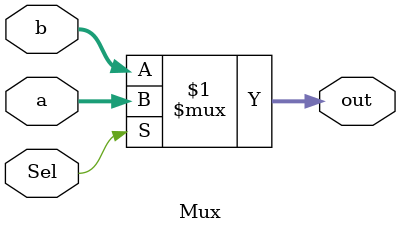
<source format=v>
module Mux(
    input [31:0] a,
    input [31:0] b,
    input Sel,
    output [31:0] out
);

  assign out = Sel ? a : b;

endmodule

</source>
